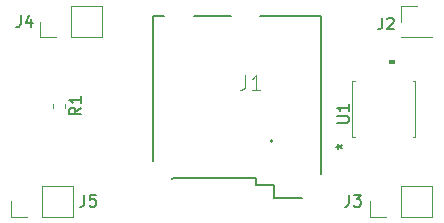
<source format=gto>
G04 #@! TF.GenerationSoftware,KiCad,Pcbnew,(5.1.5)-3*
G04 #@! TF.CreationDate,2021-12-13T18:30:56+01:00*
G04 #@! TF.ProjectId,SDshield,53447368-6965-46c6-942e-6b696361645f,rev?*
G04 #@! TF.SameCoordinates,Original*
G04 #@! TF.FileFunction,Legend,Top*
G04 #@! TF.FilePolarity,Positive*
%FSLAX46Y46*%
G04 Gerber Fmt 4.6, Leading zero omitted, Abs format (unit mm)*
G04 Created by KiCad (PCBNEW (5.1.5)-3) date 2021-12-13 18:30:56*
%MOMM*%
%LPD*%
G04 APERTURE LIST*
%ADD10C,0.100000*%
%ADD11C,0.120000*%
%ADD12C,0.200000*%
%ADD13C,0.150000*%
%ADD14C,0.096520*%
%ADD15R,0.456800X1.563999*%
%ADD16R,1.003200X1.703200*%
%ADD17R,2.003200X1.603200*%
%ADD18R,1.603200X2.103200*%
%ADD19O,1.802000X1.802000*%
%ADD20R,1.802000X1.802000*%
G04 APERTURE END LIST*
D10*
G36*
X164459499Y-84640001D02*
G01*
X164840499Y-84640001D01*
X164840499Y-84894001D01*
X164459499Y-84894001D01*
X164459499Y-84640001D01*
G37*
X164459499Y-84640001D02*
X164840499Y-84640001D01*
X164840499Y-84894001D01*
X164459499Y-84894001D01*
X164459499Y-84640001D01*
D11*
X161539861Y-86425100D02*
X161320300Y-86425100D01*
X166460139Y-91174900D02*
X166679700Y-91174900D01*
X161320300Y-91174900D02*
X161539859Y-91174900D01*
X161320300Y-86425100D02*
X161320300Y-91174900D01*
X166679700Y-86425100D02*
X166460141Y-86425100D01*
X166679700Y-91174900D02*
X166679700Y-86425100D01*
X135990000Y-88328733D02*
X135990000Y-88671267D01*
X137010000Y-88328733D02*
X137010000Y-88671267D01*
D12*
X145400000Y-80900000D02*
X144500000Y-80900000D01*
X144500000Y-80900000D02*
X144500000Y-93200000D01*
X146100000Y-94700000D02*
X146200000Y-94610000D01*
X146200000Y-94610000D02*
X153170000Y-94610000D01*
X153170000Y-94610000D02*
X153170000Y-95250000D01*
X153170000Y-95250000D02*
X154740000Y-95250000D01*
X154740000Y-95250000D02*
X154740000Y-96300000D01*
X154740000Y-96300000D02*
X157100000Y-96300000D01*
X147900000Y-80900000D02*
X151100000Y-80900000D01*
X153500000Y-80900000D02*
X158700000Y-80900000D01*
X158700000Y-80900000D02*
X158700000Y-94300000D01*
X154600000Y-91500000D02*
G75*
G03X154600000Y-91500000I-100000J0D01*
G01*
D11*
X132470000Y-97930000D02*
X132470000Y-96600000D01*
X133800000Y-97930000D02*
X132470000Y-97930000D01*
X135070000Y-97930000D02*
X135070000Y-95270000D01*
X135070000Y-95270000D02*
X137670000Y-95270000D01*
X135070000Y-97930000D02*
X137670000Y-97930000D01*
X137670000Y-97930000D02*
X137670000Y-95270000D01*
X134930000Y-82730000D02*
X134930000Y-81400000D01*
X136260000Y-82730000D02*
X134930000Y-82730000D01*
X137530000Y-82730000D02*
X137530000Y-80070000D01*
X137530000Y-80070000D02*
X140130000Y-80070000D01*
X137530000Y-82730000D02*
X140130000Y-82730000D01*
X140130000Y-82730000D02*
X140130000Y-80070000D01*
X162870000Y-97930000D02*
X162870000Y-96600000D01*
X164200000Y-97930000D02*
X162870000Y-97930000D01*
X165470000Y-97930000D02*
X165470000Y-95270000D01*
X165470000Y-95270000D02*
X168070000Y-95270000D01*
X165470000Y-97930000D02*
X168070000Y-97930000D01*
X168070000Y-97930000D02*
X168070000Y-95270000D01*
X165470000Y-80070000D02*
X166800000Y-80070000D01*
X165470000Y-81400000D02*
X165470000Y-80070000D01*
X165470000Y-82670000D02*
X168130000Y-82670000D01*
X168130000Y-82670000D02*
X168130000Y-82730000D01*
X165470000Y-82670000D02*
X165470000Y-82730000D01*
X165470000Y-82730000D02*
X168130000Y-82730000D01*
D13*
X160052380Y-89961904D02*
X160861904Y-89961904D01*
X160957142Y-89914285D01*
X161004761Y-89866666D01*
X161052380Y-89771428D01*
X161052380Y-89580952D01*
X161004761Y-89485714D01*
X160957142Y-89438095D01*
X160861904Y-89390476D01*
X160052380Y-89390476D01*
X161052380Y-88390476D02*
X161052380Y-88961904D01*
X161052380Y-88676190D02*
X160052380Y-88676190D01*
X160195238Y-88771428D01*
X160290476Y-88866666D01*
X160338095Y-88961904D01*
X160004580Y-91975000D02*
X160242676Y-91975000D01*
X160147438Y-92213095D02*
X160242676Y-91975000D01*
X160147438Y-91736904D01*
X160433152Y-92117857D02*
X160242676Y-91975000D01*
X160433152Y-91832142D01*
X160004580Y-91975000D02*
X160242676Y-91975000D01*
X160147438Y-92213095D02*
X160242676Y-91975000D01*
X160147438Y-91736904D01*
X160433152Y-92117857D02*
X160242676Y-91975000D01*
X160433152Y-91832142D01*
X138382380Y-88666666D02*
X137906190Y-89000000D01*
X138382380Y-89238095D02*
X137382380Y-89238095D01*
X137382380Y-88857142D01*
X137430000Y-88761904D01*
X137477619Y-88714285D01*
X137572857Y-88666666D01*
X137715714Y-88666666D01*
X137810952Y-88714285D01*
X137858571Y-88761904D01*
X137906190Y-88857142D01*
X137906190Y-89238095D01*
X138382380Y-87714285D02*
X138382380Y-88285714D01*
X138382380Y-88000000D02*
X137382380Y-88000000D01*
X137525238Y-88095238D01*
X137620476Y-88190476D01*
X137668095Y-88285714D01*
D14*
X152294714Y-85936047D02*
X152294714Y-86797833D01*
X152237261Y-86970190D01*
X152122357Y-87085095D01*
X151949999Y-87142547D01*
X151835095Y-87142547D01*
X153501214Y-87142547D02*
X152811785Y-87142547D01*
X153156499Y-87142547D02*
X153156499Y-85936047D01*
X153041595Y-86108404D01*
X152926690Y-86223309D01*
X152811785Y-86280761D01*
D13*
X138666666Y-96052380D02*
X138666666Y-96766666D01*
X138619047Y-96909523D01*
X138523809Y-97004761D01*
X138380952Y-97052380D01*
X138285714Y-97052380D01*
X139619047Y-96052380D02*
X139142857Y-96052380D01*
X139095238Y-96528571D01*
X139142857Y-96480952D01*
X139238095Y-96433333D01*
X139476190Y-96433333D01*
X139571428Y-96480952D01*
X139619047Y-96528571D01*
X139666666Y-96623809D01*
X139666666Y-96861904D01*
X139619047Y-96957142D01*
X139571428Y-97004761D01*
X139476190Y-97052380D01*
X139238095Y-97052380D01*
X139142857Y-97004761D01*
X139095238Y-96957142D01*
X133266666Y-80852380D02*
X133266666Y-81566666D01*
X133219047Y-81709523D01*
X133123809Y-81804761D01*
X132980952Y-81852380D01*
X132885714Y-81852380D01*
X134171428Y-81185714D02*
X134171428Y-81852380D01*
X133933333Y-80804761D02*
X133695238Y-81519047D01*
X134314285Y-81519047D01*
X161066666Y-96052380D02*
X161066666Y-96766666D01*
X161019047Y-96909523D01*
X160923809Y-97004761D01*
X160780952Y-97052380D01*
X160685714Y-97052380D01*
X161447619Y-96052380D02*
X162066666Y-96052380D01*
X161733333Y-96433333D01*
X161876190Y-96433333D01*
X161971428Y-96480952D01*
X162019047Y-96528571D01*
X162066666Y-96623809D01*
X162066666Y-96861904D01*
X162019047Y-96957142D01*
X161971428Y-97004761D01*
X161876190Y-97052380D01*
X161590476Y-97052380D01*
X161495238Y-97004761D01*
X161447619Y-96957142D01*
X163866666Y-81052380D02*
X163866666Y-81766666D01*
X163819047Y-81909523D01*
X163723809Y-82004761D01*
X163580952Y-82052380D01*
X163485714Y-82052380D01*
X164295238Y-81147619D02*
X164342857Y-81100000D01*
X164438095Y-81052380D01*
X164676190Y-81052380D01*
X164771428Y-81100000D01*
X164819047Y-81147619D01*
X164866666Y-81242857D01*
X164866666Y-81338095D01*
X164819047Y-81480952D01*
X164247619Y-82052380D01*
X164866666Y-82052380D01*
%LPC*%
D15*
X162050001Y-85879000D03*
X162700000Y-85879000D03*
X163350001Y-85879000D03*
X164000000Y-85879000D03*
X164650001Y-85879000D03*
X165300000Y-85879000D03*
X165950001Y-85879000D03*
X165949999Y-91721000D03*
X165300000Y-91721000D03*
X164649999Y-91721000D03*
X164000000Y-91721000D03*
X163350001Y-91721000D03*
X162700000Y-91721000D03*
X162049999Y-91721000D03*
D10*
G36*
X136788779Y-88800266D02*
G01*
X136814309Y-88804053D01*
X136839345Y-88810325D01*
X136863646Y-88819020D01*
X136886977Y-88830055D01*
X136909115Y-88843323D01*
X136929845Y-88858698D01*
X136948969Y-88876031D01*
X136966302Y-88895155D01*
X136981677Y-88915885D01*
X136994945Y-88938023D01*
X137005980Y-88961354D01*
X137014675Y-88985655D01*
X137020947Y-89010691D01*
X137024734Y-89036221D01*
X137026000Y-89062000D01*
X137026000Y-89688000D01*
X137024734Y-89713779D01*
X137020947Y-89739309D01*
X137014675Y-89764345D01*
X137005980Y-89788646D01*
X136994945Y-89811977D01*
X136981677Y-89834115D01*
X136966302Y-89854845D01*
X136948969Y-89873969D01*
X136929845Y-89891302D01*
X136909115Y-89906677D01*
X136886977Y-89919945D01*
X136863646Y-89930980D01*
X136839345Y-89939675D01*
X136814309Y-89945947D01*
X136788779Y-89949734D01*
X136763000Y-89951000D01*
X136237000Y-89951000D01*
X136211221Y-89949734D01*
X136185691Y-89945947D01*
X136160655Y-89939675D01*
X136136354Y-89930980D01*
X136113023Y-89919945D01*
X136090885Y-89906677D01*
X136070155Y-89891302D01*
X136051031Y-89873969D01*
X136033698Y-89854845D01*
X136018323Y-89834115D01*
X136005055Y-89811977D01*
X135994020Y-89788646D01*
X135985325Y-89764345D01*
X135979053Y-89739309D01*
X135975266Y-89713779D01*
X135974000Y-89688000D01*
X135974000Y-89062000D01*
X135975266Y-89036221D01*
X135979053Y-89010691D01*
X135985325Y-88985655D01*
X135994020Y-88961354D01*
X136005055Y-88938023D01*
X136018323Y-88915885D01*
X136033698Y-88895155D01*
X136051031Y-88876031D01*
X136070155Y-88858698D01*
X136090885Y-88843323D01*
X136113023Y-88830055D01*
X136136354Y-88819020D01*
X136160655Y-88810325D01*
X136185691Y-88804053D01*
X136211221Y-88800266D01*
X136237000Y-88799000D01*
X136763000Y-88799000D01*
X136788779Y-88800266D01*
G37*
G36*
X136788779Y-87050266D02*
G01*
X136814309Y-87054053D01*
X136839345Y-87060325D01*
X136863646Y-87069020D01*
X136886977Y-87080055D01*
X136909115Y-87093323D01*
X136929845Y-87108698D01*
X136948969Y-87126031D01*
X136966302Y-87145155D01*
X136981677Y-87165885D01*
X136994945Y-87188023D01*
X137005980Y-87211354D01*
X137014675Y-87235655D01*
X137020947Y-87260691D01*
X137024734Y-87286221D01*
X137026000Y-87312000D01*
X137026000Y-87938000D01*
X137024734Y-87963779D01*
X137020947Y-87989309D01*
X137014675Y-88014345D01*
X137005980Y-88038646D01*
X136994945Y-88061977D01*
X136981677Y-88084115D01*
X136966302Y-88104845D01*
X136948969Y-88123969D01*
X136929845Y-88141302D01*
X136909115Y-88156677D01*
X136886977Y-88169945D01*
X136863646Y-88180980D01*
X136839345Y-88189675D01*
X136814309Y-88195947D01*
X136788779Y-88199734D01*
X136763000Y-88201000D01*
X136237000Y-88201000D01*
X136211221Y-88199734D01*
X136185691Y-88195947D01*
X136160655Y-88189675D01*
X136136354Y-88180980D01*
X136113023Y-88169945D01*
X136090885Y-88156677D01*
X136070155Y-88141302D01*
X136051031Y-88123969D01*
X136033698Y-88104845D01*
X136018323Y-88084115D01*
X136005055Y-88061977D01*
X135994020Y-88038646D01*
X135985325Y-88014345D01*
X135979053Y-87989309D01*
X135975266Y-87963779D01*
X135974000Y-87938000D01*
X135974000Y-87312000D01*
X135975266Y-87286221D01*
X135979053Y-87260691D01*
X135985325Y-87235655D01*
X135994020Y-87211354D01*
X136005055Y-87188023D01*
X136018323Y-87165885D01*
X136033698Y-87145155D01*
X136051031Y-87126031D01*
X136070155Y-87108698D01*
X136090885Y-87093323D01*
X136113023Y-87080055D01*
X136136354Y-87069020D01*
X136160655Y-87060325D01*
X136185691Y-87054053D01*
X136211221Y-87050266D01*
X136237000Y-87049000D01*
X136763000Y-87049000D01*
X136788779Y-87050266D01*
G37*
D16*
X153540000Y-91700000D03*
X152440000Y-91300000D03*
X151340000Y-91700000D03*
X150240000Y-91900000D03*
X149140000Y-91700000D03*
X148040000Y-91900000D03*
X146940000Y-91700000D03*
X145840000Y-91700000D03*
D17*
X146650000Y-81400000D03*
X152300000Y-81400000D03*
D18*
X145050000Y-94550000D03*
X158200000Y-95550000D03*
D19*
X136340000Y-96600000D03*
D20*
X133800000Y-96600000D03*
D19*
X138800000Y-81400000D03*
D20*
X136260000Y-81400000D03*
D19*
X166740000Y-96600000D03*
D20*
X164200000Y-96600000D03*
X166800000Y-81400000D03*
M02*

</source>
